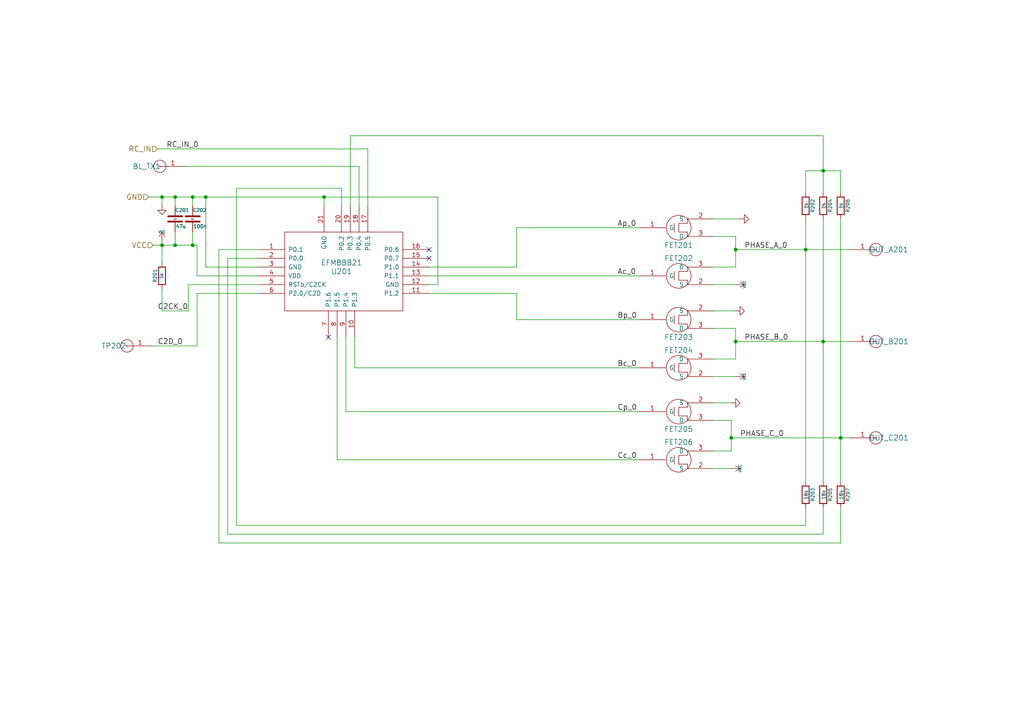
<source format=kicad_sch>
(kicad_sch (version 20211123) (generator eeschema)
  (paper "A4")
  (title_block (date "7 oct 2016"))
  (lib_symbols
    (symbol "custom:CUSTOM_C" (pin_numbers hide) (pin_names (offset 0.254))
      (property "Reference" "C" (at 0.635 2.54 0))
      (property "Value" "CUSTOM_C" (at 0.635 -2.54 0))
      (symbol "CUSTOM_C_0_1"
        (polyline (pts (xy -2.032 -0.762) (xy 2.032 -0.762)) (stroke (width 0.508)))
        (polyline (pts (xy -2.032 0.762) (xy 2.032 0.762)) (stroke (width 0.508)))
      )
      (symbol "CUSTOM_C_1_1"
        (pin passive line (at 0 3.81 270) (length 2.794) (name "~") (number "1"))
        (pin passive line (at 0 -3.81 90) (length 2.794) (name "~") (number "2"))
      )
    )
    (symbol "custom:CUSTOM_R" (pin_numbers hide) (pin_names (offset 0))
      (property "Reference" "R" (at 2.032 0 90))
      (property "Value" "CUSTOM_R" (at 0 0 90))
      (symbol "CUSTOM_R_0_1"
        (rectangle (start -1.016 -2.54) (end 1.016 2.54) (stroke (width 0.254)))
      )
      (symbol "CUSTOM_R_1_1"
        (pin passive line (at 0 3.81 270) (length 1.27) (name "~") (number "1"))
        (pin passive line (at 0 -3.81 90) (length 1.27) (name "~") (number "2"))
      )
    )
    (symbol "custom:EFM8BB21" (pin_names (offset 1.016))
      (property "Reference" "U" (at 10.16 6.35 0))
      (property "Value" "EFM8BB21" (at 10.16 8.89 0))
      (symbol "EFM8BB21_0_1"
        (rectangle (start -6.35 17.78) (end 27.94 -5.08))
      )
      (symbol "EFM8BB21_1_1"
        (pin input line (at -13.97 12.7 0) (length 7.62) (name "P0.1") (number "1"))
        (pin input line (at 13.97 -12.7 90) (length 7.62) (name "P1.3") (number "10"))
        (pin input line (at 35.56 0 180) (length 7.62) (name "P1.2") (number "11"))
        (pin input line (at 35.56 2.54 180) (length 7.62) (name "GND") (number "12"))
        (pin input line (at 35.56 5.08 180) (length 7.62) (name "P1.1") (number "13"))
        (pin input line (at 35.56 7.62 180) (length 7.62) (name "P1.0") (number "14"))
        (pin input line (at 35.56 10.16 180) (length 7.62) (name "P0.7") (number "15"))
        (pin input line (at 35.56 12.7 180) (length 7.62) (name "P0.6") (number "16"))
        (pin input line (at 17.78 25.4 270) (length 7.62) (name "P0.5") (number "17"))
        (pin input line (at 15.24 25.4 270) (length 7.62) (name "P0.4") (number "18"))
        (pin input line (at 12.7 25.4 270) (length 7.62) (name "P0.3") (number "19"))
        (pin input line (at -13.97 10.16 0) (length 7.62) (name "P0.0") (number "2"))
        (pin input line (at 10.16 25.4 270) (length 7.62) (name "P0.2") (number "20"))
        (pin input line (at 5.08 25.4 270) (length 7.62) (name "GND") (number "21"))
        (pin input line (at -13.97 7.62 0) (length 7.62) (name "GND") (number "3"))
        (pin input line (at -13.97 5.08 0) (length 7.62) (name "VDD") (number "4"))
        (pin input line (at -13.97 2.54 0) (length 7.62) (name "RSTb/C2CK") (number "5"))
        (pin input line (at -13.97 0 0) (length 7.62) (name "P2.0/C2D") (number "6"))
        (pin input line (at 6.35 -12.7 90) (length 7.62) (name "P1.6") (number "7"))
        (pin input line (at 8.89 -12.7 90) (length 7.62) (name "P1.5") (number "8"))
        (pin input line (at 11.43 -12.7 90) (length 7.62) (name "P1.4") (number "9"))
      )
    )
    (symbol "custom:IRLML2244" (pin_names (offset 1.016))
      (property "Reference" "U" (at 0 5.08 0))
      (symbol "IRLML2244_0_1"
        (rectangle (start -1.27 1.27) (end -1.27 -1.27))
        (rectangle (start 0 -1.27) (end 2.54 -1.27))
        (polyline (pts (xy 0 -1.27) (xy 0 1.27) (xy 2.54 1.27) (xy 2.54 2.54)))
        (circle (center 0 0) (radius 3.5814))
        (rectangle (start 2.54 -2.54) (end 2.54 -1.27))
      )
      (symbol "IRLML2244_1_1"
        (pin input line (at -11.43 0 0) (length 7.62) (name "G") (number "1"))
        (pin input line (at 10.16 -2.54 180) (length 7.62) (name "S") (number "2"))
        (pin input line (at 10.16 2.54 180) (length 7.62) (name "D") (number "3"))
      )
    )
    (symbol "custom:IRLML6244" (pin_names (offset 1.016))
      (property "Reference" "U" (at 0 5.08 0))
      (symbol "IRLML6244_0_1"
        (rectangle (start -1.27 1.27) (end -1.27 -1.27))
        (rectangle (start 0 -1.27) (end 2.54 -1.27))
        (polyline (pts (xy 0 -1.27) (xy 0 1.27) (xy 2.54 1.27) (xy 2.54 2.54)))
        (circle (center 0 0) (radius 3.5814))
        (rectangle (start 2.54 -2.54) (end 2.54 -1.27))
      )
      (symbol "IRLML6244_1_1"
        (pin input line (at -11.43 0 0) (length 7.62) (name "G") (number "1"))
        (pin input line (at 10.16 -2.54 180) (length 7.62) (name "S") (number "2"))
        (pin input line (at 10.16 2.54 180) (length 7.62) (name "D") (number "3"))
      )
    )
    (symbol "custom:TP" (pin_names (offset 1.016))
      (property "Value" "TP" (at 3.81 0 0))
      (symbol "TP_0_1"
        (circle (center 0 0) (radius 1.8034))
      )
      (symbol "TP_1_1"
        (pin bidirectional line (at -7.62 0 0) (length 7.62) (name "~") (number "1"))
      )
    )
    (symbol "power:GND" (power) (pin_names (offset 0))
      (property "Value" "GND" (at 0 -3.81 0))
      (symbol "GND_0_1"
        (polyline (pts (xy 0 0) (xy 0 -1.27) (xy 1.27 -1.27) (xy 0 -2.54) (xy -1.27 -1.27) (xy 0 -1.27)))
      )
      (symbol "GND_1_1"
        (pin power_in line (at 0 0 270) (length 0) hide (name "GND") (number "1"))
      )
    )
    (symbol "power:VCC" (power) (pin_names (offset 0))
      (property "Value" "VCC" (at 0 3.81 0))
      (symbol "VCC_0_1"
        (polyline (pts (xy -0.762 1.27) (xy 0 2.54)))
        (polyline (pts (xy 0 0) (xy 0 2.54)))
        (polyline (pts (xy 0 2.54) (xy 0.762 1.27)))
      )
      (symbol "VCC_1_1"
        (pin power_in line (at 0 0 90) (length 0) hide (name "VCC") (number "1"))
      )
    )
  )
  (junction (at 212.09 127))
  (junction (at 46.99 57.15))
  (junction (at 93.98 57.15))
  (junction (at 243.84 127))
  (junction (at 55.88 71.12))
  (junction (at 50.8 71.12))
  (junction (at 213.36 99.06))
  (junction (at 238.76 49.53))
  (junction (at 55.88 57.15))
  (junction (at 238.76 99.06))
  (junction (at 233.68 72.39))
  (junction (at 213.36 72.39))
  (junction (at 46.99 71.12))
  (junction (at 50.8 57.15))
  (junction (at 59.69 57.15))
  (no_connect (at 95.25 97.79))
  (no_connect (at 124.46 74.93))
  (no_connect (at 124.46 72.39))
  (wire (pts (xy 238.76 99.06) (xy 238.76 139.7)))
  (wire (pts (xy 68.58 54.61) (xy 68.58 152.4)))
  (wire (pts (xy 127 57.15) (xy 127 82.55)))
  (wire (pts (xy 212.09 130.81) (xy 207.01 130.81)))
  (wire (pts (xy 46.99 69.85) (xy 46.99 71.12)))
  (wire (pts (xy 93.98 57.15) (xy 127 57.15)))
  (wire (pts (xy 106.68 43.18) (xy 45.72 43.18)))
  (wire (pts (xy 213.36 104.14) (xy 207.01 104.14)))
  (wire (pts (xy 54.61 90.17) (xy 54.61 82.55)))
  (wire (pts (xy 97.79 133.35) (xy 97.79 97.79)))
  (wire (pts (xy 99.06 54.61) (xy 68.58 54.61)))
  (wire (pts (xy 53.975 48.26) (xy 104.14 48.26)))
  (wire (pts (xy 66.04 74.93) (xy 74.93 74.93)))
  (wire (pts (xy 104.14 48.26) (xy 104.14 59.69)))
  (wire (pts (xy 97.79 133.35) (xy 185.42 133.35)))
  (wire (pts (xy 185.42 66.04) (xy 149.86 66.04)))
  (wire (pts (xy 55.88 57.15) (xy 59.69 57.15)))
  (wire (pts (xy 213.36 72.39) (xy 213.36 77.47)))
  (wire (pts (xy 57.15 80.01) (xy 74.93 80.01)))
  (wire (pts (xy 63.5 72.39) (xy 63.5 157.48)))
  (wire (pts (xy 55.88 67.31) (xy 55.88 71.12)))
  (wire (pts (xy 46.99 90.17) (xy 54.61 90.17)))
  (wire (pts (xy 207.01 109.22) (xy 213.36 109.22)))
  (wire (pts (xy 233.68 63.5) (xy 233.68 72.39)))
  (wire (pts (xy 207.01 116.84) (xy 212.09 116.84)))
  (wire (pts (xy 213.36 77.47) (xy 207.01 77.47)))
  (wire (pts (xy 57.15 85.09) (xy 74.93 85.09)))
  (wire (pts (xy 233.68 152.4) (xy 233.68 147.32)))
  (wire (pts (xy 149.86 85.09) (xy 124.46 85.09)))
  (wire (pts (xy 93.98 59.69) (xy 93.98 57.15)))
  (wire (pts (xy 238.76 49.53) (xy 238.76 55.88)))
  (wire (pts (xy 212.09 127) (xy 212.09 130.81)))
  (wire (pts (xy 46.99 71.12) (xy 50.8 71.12)))
  (wire (pts (xy 233.68 72.39) (xy 233.68 139.7)))
  (wire (pts (xy 66.04 74.93) (xy 66.04 154.94)))
  (wire (pts (xy 127 82.55) (xy 124.46 82.55)))
  (wire (pts (xy 57.15 100.33) (xy 44.45 100.33)))
  (wire (pts (xy 55.88 71.12) (xy 57.15 71.12)))
  (wire (pts (xy 46.99 59.69) (xy 46.99 57.15)))
  (wire (pts (xy 46.99 83.82) (xy 46.99 90.17)))
  (wire (pts (xy 106.68 59.69) (xy 106.68 43.18)))
  (wire (pts (xy 149.86 92.71) (xy 149.86 85.09)))
  (wire (pts (xy 101.6 39.37) (xy 101.6 59.69)))
  (wire (pts (xy 44.45 71.12) (xy 46.99 71.12)))
  (wire (pts (xy 243.84 157.48) (xy 243.84 147.32)))
  (wire (pts (xy 43.18 57.15) (xy 46.99 57.15)))
  (wire (pts (xy 238.76 49.53) (xy 243.84 49.53)))
  (wire (pts (xy 50.8 71.12) (xy 55.88 71.12)))
  (wire (pts (xy 207.01 63.5) (xy 214.63 63.5)))
  (wire (pts (xy 55.88 57.15) (xy 55.88 59.69)))
  (wire (pts (xy 57.15 71.12) (xy 57.15 80.01)))
  (wire (pts (xy 238.76 63.5) (xy 238.76 99.06)))
  (wire (pts (xy 99.06 59.69) (xy 99.06 54.61)))
  (wire (pts (xy 233.68 72.39) (xy 246.38 72.39)))
  (wire (pts (xy 46.99 71.12) (xy 46.99 76.2)))
  (wire (pts (xy 63.5 157.48) (xy 243.84 157.48)))
  (wire (pts (xy 213.36 68.58) (xy 213.36 72.39)))
  (wire (pts (xy 213.36 72.39) (xy 233.68 72.39)))
  (wire (pts (xy 212.09 121.92) (xy 207.01 121.92)))
  (wire (pts (xy 100.33 119.38) (xy 185.42 119.38)))
  (wire (pts (xy 238.76 39.37) (xy 238.76 49.53)))
  (wire (pts (xy 243.84 127) (xy 246.38 127)))
  (wire (pts (xy 213.36 95.25) (xy 207.01 95.25)))
  (wire (pts (xy 238.76 39.37) (xy 101.6 39.37)))
  (wire (pts (xy 233.68 49.53) (xy 233.68 55.88)))
  (wire (pts (xy 212.09 127) (xy 243.84 127)))
  (wire (pts (xy 59.69 77.47) (xy 74.93 77.47)))
  (wire (pts (xy 59.69 57.15) (xy 93.98 57.15)))
  (wire (pts (xy 243.84 63.5) (xy 243.84 127)))
  (wire (pts (xy 124.46 80.01) (xy 185.42 80.01)))
  (wire (pts (xy 243.84 49.53) (xy 243.84 55.88)))
  (wire (pts (xy 50.8 57.15) (xy 55.88 57.15)))
  (wire (pts (xy 102.87 106.68) (xy 185.42 106.68)))
  (wire (pts (xy 213.36 68.58) (xy 207.01 68.58)))
  (wire (pts (xy 149.86 66.04) (xy 149.86 77.47)))
  (wire (pts (xy 46.99 57.15) (xy 50.8 57.15)))
  (wire (pts (xy 213.36 99.06) (xy 238.76 99.06)))
  (wire (pts (xy 102.87 97.79) (xy 102.87 106.68)))
  (wire (pts (xy 213.36 99.06) (xy 213.36 104.14)))
  (wire (pts (xy 63.5 72.39) (xy 74.93 72.39)))
  (wire (pts (xy 54.61 82.55) (xy 74.93 82.55)))
  (wire (pts (xy 207.01 90.17) (xy 213.36 90.17)))
  (wire (pts (xy 243.84 127) (xy 243.84 139.7)))
  (wire (pts (xy 233.68 49.53) (xy 238.76 49.53)))
  (wire (pts (xy 149.86 77.47) (xy 124.46 77.47)))
  (wire (pts (xy 68.58 152.4) (xy 233.68 152.4)))
  (wire (pts (xy 207.01 82.55) (xy 213.36 82.55)))
  (wire (pts (xy 100.33 97.79) (xy 100.33 119.38)))
  (wire (pts (xy 59.69 57.15) (xy 59.69 77.47)))
  (wire (pts (xy 212.09 135.89) (xy 207.01 135.89)))
  (wire (pts (xy 50.8 67.31) (xy 50.8 71.12)))
  (wire (pts (xy 238.76 99.06) (xy 246.38 99.06)))
  (wire (pts (xy 66.04 154.94) (xy 238.76 154.94)))
  (wire (pts (xy 212.09 121.92) (xy 212.09 127)))
  (wire (pts (xy 185.42 92.71) (xy 149.86 92.71)))
  (wire (pts (xy 213.36 95.25) (xy 213.36 99.06)))
  (wire (pts (xy 57.15 85.09) (xy 57.15 100.33)))
  (wire (pts (xy 50.8 57.15) (xy 50.8 59.69)))
  (wire (pts (xy 238.76 154.94) (xy 238.76 147.32)))
  (label "Ap_0" (at 179.07 66.04 0) (effects (font (size 1.524 1.524))))
  (label "Cp_0" (at 179.07 119.38 0) (effects (font (size 1.524 1.524))))
  (label "PHASE_A_0" (at 215.9 72.39 0) (effects (font (size 1.524 1.524))))
  (label "Bp_0" (at 179.07 92.71 0) (effects (font (size 1.524 1.524))))
  (label "PHASE_B_0" (at 215.9 99.06 0) (effects (font (size 1.524 1.524))))
  (label "C2CK_0" (at 45.72 90.17 0) (effects (font (size 1.524 1.524))))
  (label "RC_IN_0" (at 48.26 43.18 0) (effects (font (size 1.524 1.524))))
  (label "Ac_0" (at 179.07 80.01 0) (effects (font (size 1.524 1.524))))
  (label "PHASE_C_0" (at 214.63 127 0) (effects (font (size 1.524 1.524))))
  (label "Cc_0" (at 179.07 133.35 0) (effects (font (size 1.524 1.524))))
  (label "C2D_0" (at 45.72 100.33 0) (effects (font (size 1.524 1.524))))
  (label "Bc_0" (at 179.07 106.68 0) (effects (font (size 1.524 1.524))))
  (hierarchical_label "GND" (shape input) (at 43.18 57.15 180) (effects (font (size 1.524 1.524))))
  (hierarchical_label "VCC" (shape input) (at 44.45 71.12 180) (effects (font (size 1.524 1.524))))
  (hierarchical_label "RC_IN" (shape input) (at 45.72 43.18 180) (effects (font (size 1.524 1.524))))
  (symbol (lib_id "custom:EFM8BB21") (at 88.9 85.09 0) (unit 1)
    (property "Reference" "U201" (at 99.06 78.74 0) (effects (font (size 1.524 1.524))))
    (property "Value" "EFM8BB21" (at 99.06 76.2 0) (effects (font (size 1.524 1.524))))
    (property "Footprint" "custom:QFN20" (effects hide))
  )
  (symbol (lib_id "custom:IRLML2244") (at 196.85 106.68 0) (unit 1)
    (property "Reference" "FET204" (at 196.85 101.6 0) (effects (font (size 1.524 1.524))))
    (property "Value" "IRLML2244" (effects hide))
    (property "Footprint" "TO_SOT_Packages_SMD:SOT-23" (effects hide))
  )
  (symbol (lib_id "custom:IRLML6244") (at 196.85 66.04 0) (mirror x) (unit 1)
    (property "Reference" "FET201" (at 196.85 71.12 0) (effects (font (size 1.524 1.524))))
    (property "Value" "IRLML6244" (effects hide))
    (property "Footprint" "TO_SOT_Packages_SMD:SOT-23" (effects hide))
  )
  (symbol (lib_id "custom:IRLML2244") (at 196.85 133.35 0) (unit 1)
    (property "Reference" "FET206" (at 196.85 128.27 0) (effects (font (size 1.524 1.524))))
    (property "Value" "IRLML2244" (effects hide))
    (property "Footprint" "TO_SOT_Packages_SMD:SOT-23" (effects hide))
  )
  (symbol (lib_id "custom:IRLML2244") (at 196.85 80.01 0) (unit 1)
    (property "Reference" "FET202" (at 196.85 74.93 0) (effects (font (size 1.524 1.524))))
    (property "Value" "IRLML2244" (effects hide))
    (property "Footprint" "TO_SOT_Packages_SMD:SOT-23" (effects hide))
  )
  (symbol (lib_id "power:GND") (at 214.63 63.5 90) (unit 1)
    (property "Reference" "#PWR01" (effects hide))
    (property "Value" "GND" (effects hide))
  )
  (symbol (lib_id "power:VCC") (at 213.36 82.55 270) (unit 1)
    (property "Reference" "#PWR02" (effects hide))
    (property "Value" "VCC" (at 215.9 82.55 0) (effects (font (size 0.762 0.762))))
  )
  (symbol (lib_id "custom:IRLML6244") (at 196.85 92.71 0) (mirror x) (unit 1)
    (property "Reference" "FET203" (at 196.85 97.79 0) (effects (font (size 1.524 1.524))))
    (property "Value" "IRLML6244" (effects hide))
    (property "Footprint" "TO_SOT_Packages_SMD:SOT-23" (effects hide))
  )
  (symbol (lib_id "custom:IRLML6244") (at 196.85 119.38 0) (mirror x) (unit 1)
    (property "Reference" "FET205" (at 196.85 124.46 0) (effects (font (size 1.524 1.524))))
    (property "Value" "IRLML6244" (effects hide))
    (property "Footprint" "TO_SOT_Packages_SMD:SOT-23" (effects hide))
  )
  (symbol (lib_id "custom:TP") (at 36.83 100.33 180) (unit 1)
    (property "Reference" "TP202" (at 33.02 100.33 0) (effects (font (size 1.524 1.524))))
    (property "Value" "TP" (effects hide))
    (property "Footprint" "custom:TP_smd_0.5x0.8" (effects hide))
    (property "Datasheet" "~" (at 36.83 100.33 0) (effects (font (size 1.524 1.524))))
  )
  (symbol (lib_id "power:GND") (at 213.36 90.17 90) (unit 1)
    (property "Reference" "#PWR03" (effects hide))
    (property "Value" "GND" (effects hide))
  )
  (symbol (lib_id "power:VCC") (at 213.36 109.22 270) (unit 1)
    (property "Reference" "#PWR04" (effects hide))
    (property "Value" "VCC" (at 215.9 109.22 0) (effects (font (size 0.762 0.762))))
  )
  (symbol (lib_id "power:VCC") (at 212.09 135.89 270) (unit 1)
    (property "Reference" "#PWR05" (effects hide))
    (property "Value" "VCC" (at 214.63 135.89 0) (effects (font (size 0.762 0.762))))
  )
  (symbol (lib_id "power:GND") (at 212.09 116.84 90) (unit 1)
    (property "Reference" "#PWR06" (effects hide))
    (property "Value" "GND" (effects hide))
  )
  (symbol (lib_id "custom:CUSTOM_R") (at 233.68 143.51 0) (unit 1)
    (property "Reference" "R203" (at 235.712 143.51 90) (effects (font (size 1.016 1.016))))
    (property "Value" "10k" (at 233.8578 143.4846 90) (effects (font (size 1.016 1.016))))
    (property "Footprint" "custom:R_0402_CUSTOM" (effects hide))
    (property "Datasheet" "~" (at 233.68 143.51 0) (effects (font (size 0.762 0.762))))
  )
  (symbol (lib_id "custom:CUSTOM_R") (at 238.76 143.51 0) (unit 1)
    (property "Reference" "R205" (at 240.792 143.51 90) (effects (font (size 1.016 1.016))))
    (property "Value" "10k" (at 238.9378 143.4846 90) (effects (font (size 1.016 1.016))))
    (property "Footprint" "custom:R_0402_CUSTOM" (effects hide))
    (property "Datasheet" "~" (at 238.76 143.51 0) (effects (font (size 0.762 0.762))))
  )
  (symbol (lib_id "custom:CUSTOM_R") (at 243.84 143.51 0) (unit 1)
    (property "Reference" "R207" (at 245.872 143.51 90) (effects (font (size 1.016 1.016))))
    (property "Value" "10k" (at 244.0178 143.4846 90) (effects (font (size 1.016 1.016))))
    (property "Footprint" "custom:R_0402_CUSTOM" (effects hide))
    (property "Datasheet" "~" (at 243.84 143.51 0) (effects (font (size 0.762 0.762))))
  )
  (symbol (lib_id "custom:CUSTOM_R") (at 233.68 59.69 0) (unit 1)
    (property "Reference" "R202" (at 235.712 59.69 90) (effects (font (size 1.016 1.016))))
    (property "Value" "1k" (at 233.8578 59.6646 90) (effects (font (size 1.016 1.016))))
    (property "Footprint" "custom:R_0402_CUSTOM" (effects hide))
    (property "Datasheet" "~" (at 233.68 59.69 0) (effects (font (size 0.762 0.762))))
  )
  (symbol (lib_id "custom:CUSTOM_R") (at 238.76 59.69 0) (unit 1)
    (property "Reference" "R204" (at 240.792 59.69 90) (effects (font (size 1.016 1.016))))
    (property "Value" "1k" (at 238.9378 59.6646 90) (effects (font (size 1.016 1.016))))
    (property "Footprint" "custom:R_0402_CUSTOM" (effects hide))
    (property "Datasheet" "~" (at 238.76 59.69 0) (effects (font (size 0.762 0.762))))
  )
  (symbol (lib_id "custom:CUSTOM_R") (at 243.84 59.69 0) (unit 1)
    (property "Reference" "R206" (at 245.872 59.69 90) (effects (font (size 1.016 1.016))))
    (property "Value" "1k" (at 244.0178 59.6646 90) (effects (font (size 1.016 1.016))))
    (property "Footprint" "custom:R_0402_CUSTOM" (effects hide))
    (property "Datasheet" "~" (at 243.84 59.69 0) (effects (font (size 0.762 0.762))))
  )
  (symbol (lib_id "custom:TP") (at 254 72.39 0) (unit 1)
    (property "Reference" "OUT_A201" (at 257.81 72.39 0) (effects (font (size 1.524 1.524))))
    (property "Value" "TP" (effects hide))
    (property "Footprint" "custom:TP_PHASE_SMD" (effects hide))
    (property "Datasheet" "~" (at 254 72.39 0) (effects (font (size 1.524 1.524))))
  )
  (symbol (lib_id "custom:TP") (at 254 99.06 0) (unit 1)
    (property "Reference" "OUT_B201" (at 257.81 99.06 0) (effects (font (size 1.524 1.524))))
    (property "Value" "TP" (effects hide))
    (property "Footprint" "custom:TP_PHASE_SMD" (effects hide))
    (property "Datasheet" "~" (at 254 99.06 0) (effects (font (size 1.524 1.524))))
  )
  (symbol (lib_id "custom:TP") (at 254 127 0) (unit 1)
    (property "Reference" "OUT_C201" (at 257.81 127 0) (effects (font (size 1.524 1.524))))
    (property "Value" "TP" (effects hide))
    (property "Footprint" "custom:TP_PHASE_SMD" (effects hide))
    (property "Datasheet" "~" (at 254 127 0) (effects (font (size 1.524 1.524))))
  )
  (symbol (lib_id "custom:CUSTOM_C") (at 50.8 63.5 0) (unit 1)
    (property "Reference" "C201" (at 50.8 60.96 0) (effects (font (size 1.016 1.016)) (justify left)))
    (property "Value" "47u" (at 50.9524 65.659 0) (effects (font (size 1.016 1.016)) (justify left)))
    (property "Footprint" "Capacitors_SMD:C_0805" (effects hide))
    (property "Datasheet" "~" (at 50.8 63.5 0) (effects (font (size 1.524 1.524))))
  )
  (symbol (lib_id "power:GND") (at 46.99 59.69 0) (unit 1)
    (property "Reference" "#PWR07" (effects hide))
    (property "Value" "GND" (effects hide))
  )
  (symbol (lib_id "power:VCC") (at 46.99 69.85 0) (unit 1)
    (property "Reference" "#PWR08" (effects hide))
    (property "Value" "VCC" (at 46.99 67.31 0) (effects (font (size 0.762 0.762))))
  )
  (symbol (lib_id "custom:CUSTOM_C") (at 55.88 63.5 0) (unit 1)
    (property "Reference" "C202" (at 55.88 60.96 0) (effects (font (size 1.016 1.016)) (justify left)))
    (property "Value" "100n" (at 56.0324 65.659 0) (effects (font (size 1.016 1.016)) (justify left)))
    (property "Footprint" "custom:C_0402_CUSTOM" (effects hide))
    (property "Datasheet" "~" (at 55.88 63.5 0) (effects (font (size 1.524 1.524))))
  )
  (symbol (lib_id "custom:CUSTOM_R") (at 46.99 80.01 180) (unit 1)
    (property "Reference" "R201" (at 44.958 80.01 90) (effects (font (size 1.016 1.016))))
    (property "Value" "1k" (at 46.8122 80.0354 90) (effects (font (size 1.016 1.016))))
    (property "Footprint" "custom:R_0402_CUSTOM" (effects hide))
    (property "Datasheet" "~" (at 46.99 80.01 0) (effects (font (size 0.762 0.762))))
  )
  (symbol (lib_id "custom:TP") (at 46.355 48.26 180) (unit 1)
    (property "Reference" "BL_TX1" (at 42.545 48.26 0) (effects (font (size 1.524 1.524))))
    (property "Value" "TP" (effects hide))
    (property "Footprint" "custom:TP_smd_0.5x0.4" (effects hide))
    (property "Datasheet" "~" (at 46.355 48.26 0) (effects (font (size 1.524 1.524))))
  )
)
</source>
